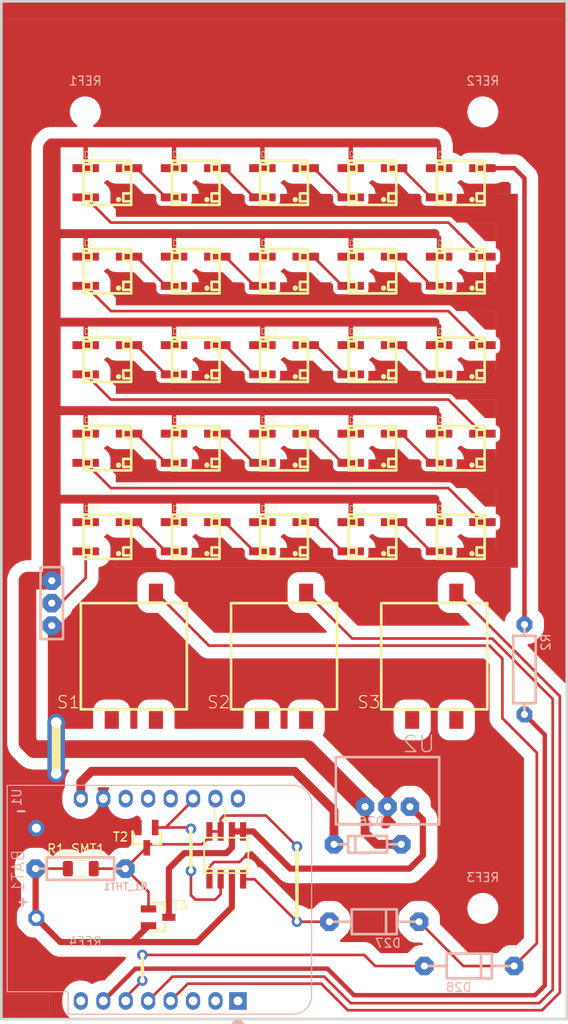
<source format=kicad_pcb>
(kicad_pcb (version 20221018) (generator pcbnew)
  (layers (0 "F.Cu" signal) (31 "B.Cu" signal) (34 "B.Paste" user) (35 "F.Paste" user) (36 "B.SilkS" user "B.Silkscreen") (37 "F.SilkS" user "F.Silkscreen") (38 "B.Mask" user) (39 "F.Mask" user) (44 "Edge.Cuts" user))
  (net 0 "")
  (net 1 "GND")
  (net 2 "+9V")
  (net 3 "+5V")
  (net 4 "Net-(D1-DOUT)")
  (net 5 "Net-(D1-DIN)")
  (net 6 "Net-(D2-DIN)")
  (net 7 "Net-(D3-DIN)")
  (net 8 "Net-(D4-DIN)")
  (net 9 "Net-(D5-DIN)")
  (net 10 "Net-(D15-DIN)")
  (net 11 "Net-(D6-DIN)")
  (net 12 "Net-(D7-DIN)")
  (net 13 "Net-(D8-DIN)")
  (net 14 "Net-(D10-DOUT)")
  (net 15 "Net-(D11-DOUT)")
  (net 16 "Net-(D11-DIN)")
  (net 17 "Net-(D12-DIN)")
  (net 18 "Net-(D13-DIN)")
  (net 19 "Net-(D14-DIN)")
  (net 20 "Net-(D16-DOUT)")
  (net 21 "Net-(D16-DIN)")
  (net 22 "Net-(D17-DIN)")
  (net 23 "Net-(D18-DIN)")
  (net 24 "Net-(D19-DIN)")
  (net 25 "Net-(D21-DOUT)")
  (net 26 "Net-(D21-DIN)")
  (net 27 "Net-(D22-DIN)")
  (net 28 "Net-(D23-DIN)")
  (net 29 "Net-(D24-DIN)")
  (net 30 "+5VD")
  (net 31 "XFET")
  (net 32 "Net-(D27-Pad2)")
  (net 33 "/D7")
  (net 34 "/D8")
  (net 35 "/D6")
  (net 36 "/D5")
  (net 37 "D1")
  (net 38 "U2_VIN")
  (footprint "D1Mini_Wuerfel_aktuell:WS2812B_9" (layer "F.Cu") (at 153.29 80.5)
    (fp_text reference "D15")
    (fp_text value "WS2812B")
  )
  (footprint "D1Mini_Wuerfel_aktuell:WS2812B_9" (layer "F.Cu") (at 133.29 90.5)
    (fp_text reference "D18")
    (fp_text value "WS2812B")
  )
  (footprint "D1Mini_Wuerfel_aktuell:1254.1017_DRUCKTASTER_34" (layer "F.Cu") (at 116.29 114)
    (fp_text reference "S1")
    (fp_text value "SPST")
  )
  (footprint "D1Mini_Wuerfel_aktuell:WS2812B_9" (layer "F.Cu") (at 133.29 60.5)
    (fp_text reference "D3")
    (fp_text value "WS2812B")
  )
  (footprint "D1Mini_Wuerfel_aktuell:WS2812B_9" (layer "F.Cu") (at 143.29 90.5)
    (fp_text reference "D19")
    (fp_text value "WS2812B")
  )
  (footprint "D1Mini_Wuerfel_aktuell:WS2812B_9" (layer "F.Cu") (at 113.29 90.5)
    (fp_text reference "D16")
    (fp_text value "WS2812B")
  )
  (footprint "Resistor_SMD:R_1206_3216Metric" (layer "F.Cu") (at 110.2875 138)
    (fp_text reference "R1_SMT1")
    (fp_text value "100K")
  )
  (footprint "D1Mini_Wuerfel_aktuell:WS2812B_9" (layer "F.Cu") (at 143.29 80.5)
    (fp_text reference "D14")
    (fp_text value "WS2812B")
  )
  (footprint "D1Mini_Wuerfel_aktuell:WS2812B_9" (layer "F.Cu") (at 123.29 60.5)
    (fp_text reference "D2")
    (fp_text value "WS2812B")
  )
  (footprint "D1Mini_Wuerfel_aktuell:SOT-23_3_42" (layer "F.Cu") (at 117.75 134.5 180)
    (fp_text reference "T2")
    (fp_text value "FDN337N")
  )
  (footprint "D1Mini_Wuerfel_aktuell:WS2812B_9" (layer "F.Cu") (at 143.29 100.5)
    (fp_text reference "D24")
    (fp_text value "WS2812B")
  )
  (footprint "D1Mini_Wuerfel_aktuell:WS2812B_9" (layer "F.Cu") (at 153.29 100.5)
    (fp_text reference "D25")
    (fp_text value "WS2812B")
  )
  (footprint "D1Mini_Wuerfel_aktuell:WS2812B_9" (layer "F.Cu") (at 153.29 90.5)
    (fp_text reference "D20")
    (fp_text value "WS2812B")
  )
  (footprint "D1Mini_Wuerfel_aktuell:WS2812B_9" (layer "F.Cu") (at 113.29 80.5)
    (fp_text reference "D11")
    (fp_text value "WS2812B")
  )
  (footprint "D1Mini_Wuerfel_aktuell:1254.1017_DRUCKTASTER_34" (layer "F.Cu") (at 150.29 114)
    (fp_text reference "S3")
    (fp_text value "SPST")
  )
  (footprint "D1Mini_Wuerfel_aktuell:WS2812B_9" (layer "F.Cu") (at 113.29 100.5)
    (fp_text reference "D21")
    (fp_text value "WS2812B")
  )
  (footprint "D1Mini_Wuerfel_aktuell:WS2812B_9" (layer "F.Cu") (at 123.29 80.5)
    (fp_text reference "D12")
    (fp_text value "WS2812B")
  )
  (footprint "D1Mini_Wuerfel_aktuell:WS2812B_9" (layer "F.Cu") (at 113.29 70.5)
    (fp_text reference "D6")
    (fp_text value "WS2812B")
  )
  (footprint "D1Mini_Wuerfel_aktuell:WS2812B_9" (layer "F.Cu") (at 133.29 80.5)
    (fp_text reference "D13")
    (fp_text value "WS2812B")
  )
  (footprint "D1Mini_Wuerfel_aktuell:WS2812B_9" (layer "F.Cu") (at 153.29 70.5)
    (fp_text reference "D10")
    (fp_text value "WS2812B")
  )
  (footprint "D1Mini_Wuerfel_aktuell:WS2812B_9" (layer "F.Cu") (at 123.29 70.5)
    (fp_text reference "D7")
    (fp_text value "WS2812B")
  )
  (footprint "D1Mini_Wuerfel_aktuell:WS2812B_9" (layer "F.Cu") (at 143.29 60.5)
    (fp_text reference "D4")
    (fp_text value "WS2812B")
  )
  (footprint "D1Mini_Wuerfel_aktuell:WS2812B_9" (layer "F.Cu") (at 143.29 70.5)
    (fp_text reference "D9")
    (fp_text value "WS2812B")
  )
  (footprint "D1Mini_Wuerfel_aktuell:WS2812B_9" (layer "F.Cu") (at 113.29 60.5)
    (fp_text reference "D1")
    (fp_text value "WS2812B")
  )
  (footprint "D1Mini_Wuerfel_aktuell:WS2812B_9" (layer "F.Cu") (at 133.29 100.5)
    (fp_text reference "D23")
    (fp_text value "WS2812B")
  )
  (footprint "D1Mini_Wuerfel_aktuell:WS2812B_9" (layer "F.Cu") (at 153.29 60.5)
    (fp_text reference "D5")
    (fp_text value "WS2812B")
  )
  (footprint "D1Mini_Wuerfel_aktuell:WS2812B_9" (layer "F.Cu") (at 133.29 70.5)
    (fp_text reference "D8")
    (fp_text value "WS2812B")
  )
  (footprint "D1Mini_Wuerfel_aktuell:SOT-23_3_43" (layer "F.Cu") (at 119.1 143.5 -90)
    (fp_text reference "T3")
    (fp_text value "IRLML9301")
  )
  (footprint "D1Mini_Wuerfel_aktuell:SO8_SOT96-1_39" (layer "F.Cu") (at 126.75 136.5)
    (fp_text reference "T1")
    (fp_text value "IRF9952")
  )
  (footprint "D1Mini_Wuerfel_aktuell:WS2812B_9" (layer "F.Cu") (at 123.29 100.5)
    (fp_text reference "D22")
    (fp_text value "WS2812B")
  )
  (footprint "D1Mini_Wuerfel_aktuell:1254.1017_DRUCKTASTER_34" (layer "F.Cu") (at 133.29 114)
    (fp_text reference "S2")
    (fp_text value "SPST")
  )
  (footprint "D1Mini_Wuerfel_aktuell:WS2812B_9" (layer "F.Cu") (at 123.29 90.5)
    (fp_text reference "D17")
    (fp_text value "WS2812B")
  )
  (footprint "D1Mini_Wuerfel_aktuell:TRACO-TSR1-24_0" (layer "B.Cu") (at 145 131 180)
    (fp_text reference "U2")
    (fp_text value "TSR1-2450")
  )
  (footprint "D1Mini_Wuerfel_aktuell:DO35_1" (layer "B.Cu") (at 142.75 135.25 180)
    (fp_text reference "D26")
    (fp_text value "1N4148")
  )
  (footprint "D1Mini_Wuerfel_aktuell:DO41_41" (layer "B.Cu") (at 154.25 149)
    (fp_text reference "D28")
    (fp_text value "1N5817")
  )
  (footprint "D1Mini_Wuerfel_aktuell:BATTERIE_2" (layer "B.Cu") (at 105.25 141.04 -90)
    (fp_text reference "BAT1")
    (fp_text value "9V")
  )
  (footprint "MountingHole:MountingHole_2.5mm" (layer "B.Cu") (at 155.7911 142.4964 180)
    (fp_text reference "REF3")
    (fp_text value "MountingHole_2.5mm" hide)
  )
  (footprint "D1Mini_Wuerfel_aktuell:0207_44" (layer "B.Cu") (at 160.5 115.5 90)
    (fp_text reference "R2")
    (fp_text value "330")
  )
  (footprint "MountingHole:MountingHole_2.5mm" (layer "B.Cu") (at 110.7911 52.4964 180)
    (fp_text reference "REF1")
    (fp_text value "MountingHole_2.5mm" hide)
  )
  (footprint "MountingHole:MountingHole_2.5mm" (layer "B.Cu") (at 110.7911 142.4964 180)
    (fp_text reference "REF4")
    (fp_text value "MountingHole_2.5mm" hide)
  )
  (footprint "D1Mini_Wuerfel_aktuell:0207_37" (layer "B.Cu") (at 110.25 138)
    (fp_text reference "R1_THT1")
    (fp_text value "100K")
  )
  (footprint "D1Mini_Wuerfel_aktuell:DO41_40" (layer "B.Cu") (at 143.5 144)
    (fp_text reference "D27")
    (fp_text value "1N5817")
  )
  (footprint "D1Mini_Wuerfel_aktuell:1X03_BUCHSE_8" (layer "B.Cu") (at 107 108 -90)
    (fp_text reference "K1" hide)
    (fp_text value "1x03")
  )
  (footprint "Module:WEMOS_D1_mini_light" (layer "B.Cu") (at 128.07 152.945 90)
    (fp_text reference "U1")
    (fp_text value "WeMos_D1_mini")
  )
  (footprint "MountingHole:MountingHole_2.5mm" (layer "B.Cu") (at 155.7911 52.4964 180)
    (fp_text reference "REF2")
    (fp_text value "MountingHole_2.5mm" hide)
  )
  (gr_line (start 117.25 147.75) (end 117.25 150.75) (stroke (width 0.4)) (layer "F.SilkS"))
  (gr_line (start 122.75 138.25) (end 122.75 133.5) (stroke (width 0.4)) (layer "F.SilkS"))
  (gr_line (start 107.5 121.5) (end 107.5 127.25) (stroke (width 1)) (layer "F.SilkS"))
  (gr_line (start 134.75 135.5) (end 134.75 144) (stroke (width 0.4)) (layer "F.SilkS"))
  (gr_line (start 101.29 155) (end 165.29 155) (stroke (width 0.3)) (layer "Edge.Cuts"))
  (gr_line (start 165.29 40) (end 101.29 40) (stroke (width 0.3)) (layer "Edge.Cuts"))
  (gr_line (start 101.29 40) (end 101.29 155) (stroke (width 0.3)) (layer "Edge.Cuts"))
  (gr_line (start 165.29 155) (end 165.29 40) (stroke (width 0.3)) (layer "Edge.Cuts"))
  (segment (start 124.845 137.77) (end 125.365 137.25) (width 0.3) (layer "F.Cu") (net 1))
  (segment (start 128.25 137.25) (end 128.75 136.75) (width 0.3) (layer "F.Cu") (net 1))
  (segment (start 125.365 137.25) (end 128.25 137.25) (width 0.3) (layer "F.Cu") (net 1))
  (segment (start 124.845 139.2) (end 124.845 137.77) (width 0.3) (layer "F.Cu") (net 1))
  (via (at 107.5 127.25) (size 2) (drill 1.2) (layers "F.Cu" "B.Cu") (net 1))
  (via (at 107.5 121.5) (size 2) (drill 1.2) (layers "F.Cu" "B.Cu") (net 1))
  (segment (start 107.5 121.5) (end 107.5 127.25) (width 2) (layer "B.Cu") (net 1))
  (segment (start 127.385 142.365) (end 127.385 139.2) (width 0.7) (layer "F.Cu") (net 2))
  (segment (start 105.17 138) (end 105.17 143.5) (width 0.7) (layer "F.Cu") (net 2))
  (segment (start 123.45 146.3) (end 127.385 142.365) (width 0.7) (layer "F.Cu") (net 2))
  (segment (start 116.1 146.3) (end 117.95 144.45) (width 0.7) (layer "F.Cu") (net 2))
  (segment (start 107.97 146.3) (end 116.1 146.3) (width 0.7) (layer "F.Cu") (net 2))
  (segment (start 105.17 138) (end 108.825 138) (width 0.3) (layer "F.Cu") (net 2))
  (segment (start 105.17 143.5) (end 105.25 143.58) (width 0.7) (layer "F.Cu") (net 2))
  (segment (start 105.25 143.58) (end 107.97 146.3) (width 0.7) (layer "F.Cu") (net 2))
  (segment (start 116.1 146.3) (end 123.45 146.3) (width 0.7) (layer "F.Cu") (net 2))
  (segment (start 110.84 86.41) (end 111 86.25) (width 0.5) (layer "F.Cu") (net 3))
  (segment (start 107 66.25) (end 110.9 66.25) (width 1) (layer "F.Cu") (net 3))
  (segment (start 110.84 66.31) (end 110.9 66.25) (width 0.5) (layer "F.Cu") (net 3))
  (segment (start 120.7 56) (end 110.8 56) (width 1) (layer "F.Cu") (net 3))
  (segment (start 104.25 105.5) (end 104.25 123.75) (width 2) (layer "F.Cu") (net 3))
  (segment (start 110.8 86.25) (end 110.84 86.29) (width 0.5) (layer "F.Cu") (net 3))
  (segment (start 110.9 66.25) (end 120.9 66.25) (width 1) (layer "F.Cu") (net 3))
  (segment (start 143.75 135.25) (end 142.46 133.96) (width 1) (layer "F.Cu") (net 3))
  (segment (start 130.8 56) (end 140.8 56) (width 1) (layer "F.Cu") (net 3))
  (segment (start 140.84 78.85) (end 140.84 76.51) (width 0.5) (layer "F.Cu") (net 3))
  (segment (start 150.84 56.34) (end 150.5 56) (width 0.5) (layer "F.Cu") (net 3))
  (segment (start 130.84 96.41) (end 131 96.25) (width 0.5) (layer "F.Cu") (net 3))
  (segment (start 120.84 96.29) (end 120.8 96.25) (width 0.5) (layer "F.Cu") (net 3))
  (segment (start 110.84 58.85) (end 110.84 56.04) (width 0.5) (layer "F.Cu") (net 3))
  (segment (start 107 96.25) (end 111.1 96.25) (width 1) (layer "F.Cu") (net 3))
  (segment (start 107 105.46) (end 104.29 105.46) (width 2) (layer "F.Cu") (net 3))
  (segment (start 146.56 135.25) (end 143.75 135.25) (width 1) (layer "F.Cu") (net 3))
  (segment (start 141.1 76.25) (end 150.375 76.25) (width 1) (layer "F.Cu") (net 3))
  (segment (start 140.84 98.85) (end 140.84 96.29) (width 0.5) (layer "F.Cu") (net 3))
  (segment (start 150.84 96.715) (end 150.375 96.25) (width 0.5) (layer "F.Cu") (net 3))
  (segment (start 140.84 86.31) (end 140.9 86.25) (width 0.5) (layer "F.Cu") (net 3))
  (segment (start 107 76.25) (end 111 76.25) (width 1) (layer "F.Cu") (net 3))
  (segment (start 104.29 105.46) (end 104.25 105.5) (width 2) (layer "F.Cu") (net 3))
  (segment (start 130.84 98.85) (end 130.84 96.41) (width 0.5) (layer "F.Cu") (net 3))
  (segment (start 120.7 56) (end 130.8 56) (width 1) (layer "F.Cu") (net 3))
  (segment (start 140.84 96.29) (end 140.8 96.25) (width 0.5) (layer "F.Cu") (net 3))
  (segment (start 120.84 58.85) (end 120.84 56.14) (width 0.5) (layer "F.Cu") (net 3))
  (segment (start 140.8 96.25) (end 150.375 96.25) (width 1) (layer "F.Cu") (net 3))
  (segment (start 130.84 56.04) (end 130.8 56) (width 0.5) (layer "F.Cu") (net 3))
  (segment (start 140.84 68.85) (end 140.84 66.31) (width 0.5) (layer "F.Cu") (net 3))
  (segment (start 130.84 66.41) (end 131 66.25) (width 0.5) (layer "F.Cu") (net 3))
  (segment (start 121 86.25) (end 131 86.25) (width 1) (layer "F.Cu") (net 3))
  (segment (start 150.84 66.715) (end 150.375 66.25) (width 0.5) (layer "F.Cu") (net 3))
  (segment (start 110.84 98.85) (end 110.84 96.51) (width 0.5) (layer "F.Cu") (net 3))
  (segment (start 107 86.25) (end 110.8 86.25) (width 0.5) (layer "F.Cu") (net 3))
  (segment (start 110.84 68.85) (end 110.84 66.31) (width 0.5) (layer "F.Cu") (net 3))
  (segment (start 130.84 76.61) (end 131.2 76.25) (width 0.5) (layer "F.Cu") (net 3))
  (segment (start 150.84 76.715) (end 150.375 76.25) (width 0.5) (layer "F.Cu") (net 3))
  (segment (start 130.84 88.85) (end 130.84 86.41) (width 0.5) (layer "F.Cu") (net 3))
  (segment (start 140.84 66.31) (end 140.9 66.25) (width 0.5) (layer "F.Cu") (net 3))
  (segment (start 120.84 78.85) (end 120.84 76.51) (width 0.5) (layer "F.Cu") (net 3))
  (segment (start 111 76.25) (end 121.1 76.25) (width 1) (layer "F.Cu") (net 3))
  (segment (start 130.84 78.85) (end 130.84 76.61) (width 0.5) (layer "F.Cu") (net 3))
  (segment (start 142.46 133.96) (end 142.46 131) (width 1) (layer "F.Cu") (net 3))
  (segment (start 140.9 86.25) (end 150.375 86.25) (width 1) (layer "F.Cu") (net 3))
  (segment (start 110.8 56) (end 106.9 56) (width 1) (layer "F.Cu") (net 3))
  (segment (start 110.84 96.51) (end 111.1 96.25) (width 0.5) (layer "F.Cu") (net 3))
  (segment (start 120.84 56.14) (end 120.7 56) (width 0.5) (layer "F.Cu") (net 3))
  (segment (start 130.84 68.85) (end 130.84 66.41) (width 0.5) (layer "F.Cu") (net 3))
  (segment (start 120.84 76.51) (end 121.1 76.25) (width 0.5) (layer "F.Cu") (net 3))
  (segment (start 150.84 78.85) (end 150.84 76.715) (width 0.5) (layer "F.Cu") (net 3))
  (segment (start 120.9 66.25) (end 131 66.25) (width 1) (layer "F.Cu") (net 3))
  (segment (start 150.84 86.715) (end 150.375 86.25) (width 0.5) (layer "F.Cu") (net 3))
  (segment (start 150.84 88.85) (end 150.84 86.715) (width 0.5) (layer "F.Cu") (net 3))
  (segment (start 121.1 76.25) (end 131.2 76.25) (width 1) (layer "F.Cu") (net 3))
  (segment (start 131.2 76.25) (end 141.1 76.25) (width 1) (layer "F.Cu") (net 3))
  (segment (start 140.84 88.85) (end 140.84 86.31) (width 0.5) (layer "F.Cu") (net 3))
  (segment (start 140.84 58.85) (end 140.84 56.04) (width 0.5) (layer "F.Cu") (net 3))
  (segment (start 131 96.25) (end 140.8 96.25) (width 1) (layer "F.Cu") (net 3))
  (segment (start 104.25 123.75) (end 105 124.5) (width 2) (layer "F.Cu") (net 3))
  (segment (start 120.84 66.31) (end 120.9 66.25) (width 0.5) (layer "F.Cu") (net 3))
  (segment (start 107 86.25) (end 111 86.25) (width 1) (layer "F.Cu") (net 3))
  (segment (start 140.84 56.04) (end 140.8 56) (width 0.5) (layer "F.Cu") (net 3))
  (segment (start 140.8 56) (end 150.5 56) (width 1) (layer "F.Cu") (net 3))
  (segment (start 110.84 56.04) (end 110.8 56) (width 0.5) (layer "F.Cu") (net 3))
  (segment (start 120.84 88.85) (end 120.84 86.41) (width 0.5) (layer "F.Cu") (net 3))
  (segment (start 131 86.25) (end 140.9 86.25) (width 1) (layer "F.Cu") (net 3))
  (segment (start 150.84 58.85) (end 150.84 56.34) (width 0.5) (layer "F.Cu") (net 3))
  (segment (start 110.84 88.85) (end 110.84 86.41) (width 0.5) (layer "F.Cu") (net 3))
  (segment (start 110.84 76.41) (end 111 76.25) (width 0.5) (layer "F.Cu") (net 3))
  (segment (start 140.84 76.51) (end 141.1 76.25) (width 0.5) (layer "F.Cu") (net 3))
  (segment (start 110.84 78.85) (end 110.84 76.41) (width 0.5) (layer "F.Cu") (net 3))
  (segment (start 140.9 66.25) (end 150.375 66.25) (width 1) (layer "F.Cu") (net 3))
  (segment (start 130.84 58.85) (end 130.84 56.04) (width 0.5) (layer "F.Cu") (net 3))
  (segment (start 150.84 98.85) (end 150.84 96.715) (width 0.5) (layer "F.Cu") (net 3))
  (segment (start 111 86.25) (end 121 86.25) (width 1) (layer "F.Cu") (net 3))
  (segment (start 120.84 98.85) (end 120.84 96.29) (width 0.5) (layer "F.Cu") (net 3))
  (segment (start 105 124.5) (end 135.96 124.5) (width 2) (layer "F.Cu") (net 3))
  (segment (start 111.1 96.25) (end 120.8 96.25) (width 1) (layer "F.Cu") (net 3))
  (segment (start 150.84 68.85) (end 150.84 66.715) (width 0.5) (layer "F.Cu") (net 3))
  (segment (start 120.84 68.85) (end 120.84 66.31) (width 0.5) (layer "F.Cu") (net 3))
  (segment (start 135.96 124.5) (end 142.46 131) (width 2) (layer "F.Cu") (net 3))
  (segment (start 130.84 86.41) (end 131 86.25) (width 0.5) (layer "F.Cu") (net 3))
  (segment (start 131 66.25) (end 140.9 66.25) (width 1) (layer "F.Cu") (net 3))
  (segment (start 107 105.46) (end 107 56.6) (width 2) (layer "F.Cu") (net 3))
  (segment (start 120.84 86.41) (end 121 86.25) (width 0.5) (layer "F.Cu") (net 3))
  (segment (start 120.8 96.25) (end 131 96.25) (width 1) (layer "F.Cu") (net 3))
  (segment (start 110.84 62.15) (end 113.69 65) (width 0.3) (layer "F.Cu") (net 4))
  (segment (start 113.69 65) (end 151.89 65) (width 0.3) (layer "F.Cu") (net 4))
  (segment (start 151.89 65) (end 155.74 68.85) (width 0.3) (layer "F.Cu") (net 4))
  (segment (start 120.84 62.15) (end 119.9 62.15) (width 0.3) (layer "F.Cu") (net 5))
  (segment (start 119.9 62.15) (end 116.6 58.85) (width 0.3) (layer "F.Cu") (net 5))
  (segment (start 116.6 58.85) (end 115.74 58.85) (width 0.3) (layer "F.Cu") (net 5))
  (segment (start 126.6 58.85) (end 125.74 58.85) (width 0.3) (layer "F.Cu") (net 6))
  (segment (start 129.9 62.15) (end 126.6 58.85) (width 0.3) (layer "F.Cu") (net 6))
  (segment (start 130.84 62.15) (end 129.9 62.15) (width 0.3) (layer "F.Cu") (net 6))
  (segment (start 140.84 62.15) (end 139.9475 62.15) (width 0.3) (layer "F.Cu") (net 7))
  (segment (start 139.9475 62.15) (end 136.6475 58.85) (width 0.3) (layer "F.Cu") (net 7))
  (segment (start 136.6475 58.85) (end 135.74 58.85) (width 0.3) (layer "F.Cu") (net 7))
  (segment (start 146.6 58.85) (end 145.74 58.85) (width 0.3) (layer "F.Cu") (net 8))
  (segment (start 149.9 62.15) (end 146.6 58.85) (width 0.3) (layer "F.Cu") (net 8))
  (segment (start 150.84 62.15) (end 149.9 62.15) (width 0.3) (layer "F.Cu") (net 8))
  (segment (start 159.35 58.85) (end 155.74 58.85) (width 0.5) (layer "F.Cu") (net 9))
  (segment (start 160.5 60) (end 159.35 58.85) (width 0.5) (layer "F.Cu") (net 9))
  (segment (start 160.5 110.42) (end 160.5 60) (width 0.5) (layer "F.Cu") (net 9))
  (segment (start 151.89 75) (end 155.74 78.85) (width 0.3) (layer "F.Cu") (net 10))
  (segment (start 110.84 72.15) (end 113.69 75) (width 0.3) (layer "F.Cu") (net 10))
  (segment (start 113.69 75) (end 151.89 75) (width 0.3) (layer "F.Cu") (net 10))
  (segment (start 116.6 68.85) (end 115.74 68.85) (width 0.3) (layer "F.Cu") (net 11))
  (segment (start 120.84 72.15) (end 119.9 72.15) (width 0.3) (layer "F.Cu") (net 11))
  (segment (start 119.9 72.15) (end 116.6 68.85) (width 0.3) (layer "F.Cu") (net 11))
  (segment (start 126.6475 68.85) (end 125.74 68.85) (width 0.3) (layer "F.Cu") (net 12))
  (segment (start 129.9475 72.15) (end 126.6475 68.85) (width 0.3) (layer "F.Cu") (net 12))
  (segment (start 130.84 72.15) (end 129.9475 72.15) (width 0.3) (layer "F.Cu") (net 12))
  (segment (start 136.6 68.85) (end 135.74 68.85) (width 0.3) (layer "F.Cu") (net 13))
  (segment (start 139.9 72.15) (end 136.6 68.85) (width 0.3) (layer "F.Cu") (net 13))
  (segment (start 140.84 72.15) (end 139.9 72.15) (width 0.3) (layer "F.Cu") (net 13))
  (segment (start 146.71125 68.85) (end 145.74 68.85) (width 0.3) (layer "F.Cu") (net 14))
  (segment (start 150.84 72.15) (end 150.01125 72.15) (width 0.3) (layer "F.Cu") (net 14))
  (segment (start 150.01125 72.15) (end 146.71125 68.85) (width 0.3) (layer "F.Cu") (net 14))
  (segment (start 151.89 85) (end 155.74 88.85) (width 0.3) (layer "F.Cu") (net 15))
  (segment (start 113.69 85) (end 151.89 85) (width 0.3) (layer "F.Cu") (net 15))
  (segment (start 110.84 82.15) (end 113.69 85) (width 0.3) (layer "F.Cu") (net 15))
  (segment (start 120.84 82.15) (end 119.9 82.15) (width 0.3) (layer "F.Cu") (net 16))
  (segment (start 116.6 78.85) (end 115.74 78.85) (width 0.3) (layer "F.Cu") (net 16))
  (segment (start 119.9 82.15) (end 116.6 78.85) (width 0.3) (layer "F.Cu") (net 16))
  (segment (start 126.6 78.85) (end 125.74 78.85) (width 0.3) (layer "F.Cu") (net 17))
  (segment (start 130.84 82.15) (end 129.9 82.15) (width 0.3) (layer "F.Cu") (net 17))
  (segment (start 129.9 82.15) (end 126.6 78.85) (width 0.3) (layer "F.Cu") (net 17))
  (segment (start 136.85 78.85) (end 135.74 78.85) (width 0.3) (layer "F.Cu") (net 18))
  (segment (start 140.84 82.15) (end 140.15 82.15) (width 0.3) (layer "F.Cu") (net 18))
  (segment (start 140.15 82.15) (end 136.85 78.85) (width 0.3) (layer "F.Cu") (net 18))
  (segment (start 146.85 78.85) (end 145.74 78.85) (width 0.3) (layer "F.Cu") (net 19))
  (segment (start 149.9 82.15) (end 146.6 78.85) (width 0.3) (layer "F.Cu") (net 19))
  (segment (start 146.6 78.85) (end 145.74 78.85) (width 0.3) (layer "F.Cu") (net 19))
  (segment (start 150.84 82.15) (end 149.9 82.15) (width 0.3) (layer "F.Cu") (net 19))
  (segment (start 151.89 95) (end 155.74 98.85) (width 0.3) (layer "F.Cu") (net 20))
  (segment (start 110.84 92.15) (end 113.69 95) (width 0.3) (layer "F.Cu") (net 20))
  (segment (start 113.69 95) (end 151.89 95) (width 0.3) (layer "F.Cu") (net 20))
  (segment (start 119.9 92.15) (end 116.6 88.85) (width 0.3) (layer "F.Cu") (net 21))
  (segment (start 116.6 88.85) (end 115.74 88.85) (width 0.3) (layer "F.Cu") (net 21))
  (segment (start 120.84 92.15) (end 119.9 92.15) (width 0.3) (layer "F.Cu") (net 21))
  (segment (start 130.84 92.15) (end 129.9 92.15) (width 0.3) (layer "F.Cu") (net 22))
  (segment (start 129.9 92.15) (end 126.6 88.85) (width 0.3) (layer "F.Cu") (net 22))
  (segment (start 126.6 88.85) (end 125.74 88.85) (width 0.3) (layer "F.Cu") (net 22))
  (segment (start 136.6 88.85) (end 135.74 88.85) (width 0.3) (layer "F.Cu") (net 23))
  (segment (start 140.84 92.15) (end 139.9 92.15) (width 0.3) (layer "F.Cu") (net 23))
  (segment (start 139.9 92.15) (end 136.6 88.85) (width 0.3) (layer "F.Cu") (net 23))
  (segment (start 150.84 92.15) (end 149.9 92.15) (width 0.3) (layer "F.Cu") (net 24))
  (segment (start 149.9 92.15) (end 146.6 88.85) (width 0.3) (layer "F.Cu") (net 24))
  (segment (start 146.6 88.85) (end 145.74 88.85) (width 0.3) (layer "F.Cu") (net 24))
  (segment (start 106.29 108) (end 108 108) (width 0.3) (layer "F.Cu") (net 25))
  (segment (start 108 108) (end 110.84 105.16) (width 0.3) (layer "F.Cu") (net 25))
  (segment (start 110.84 105.16) (end 110.84 102.15) (width 0.3) (layer "F.Cu") (net 25))
  (segment (start 119.9 102.15) (end 116.6 98.85) (width 0.3) (layer "F.Cu") (net 26))
  (segment (start 120.84 102.15) (end 119.9 102.15) (width 0.3) (layer "F.Cu") (net 26))
  (segment (start 116.6 98.85) (end 115.74 98.85) (width 0.3) (layer "F.Cu") (net 26))
  (segment (start 129.9 102.15) (end 126.6 98.85) (width 0.3) (layer "F.Cu") (net 27))
  (segment (start 130.84 102.15) (end 129.9 102.15) (width 0.3) (layer "F.Cu") (net 27))
  (segment (start 126.6 98.85) (end 125.74 98.85) (width 0.3) (layer "F.Cu") (net 27))
  (segment (start 140.84 102.15) (end 139.9 102.15) (width 0.3) (layer "F.Cu") (net 28))
  (segment (start 136.6 98.85) (end 135.74 98.85) (width 0.3) (layer "F.Cu") (net 28))
  (segment (start 139.9 102.15) (end 136.6 98.85) (width 0.3) (layer "F.Cu") (net 28))
  (segment (start 149.9 102.15) (end 146.6 98.85) (width 0.3) (layer "F.Cu") (net 29))
  (segment (start 150.84 102.15) (end 149.9 102.15) (width 0.3) (layer "F.Cu") (net 29))
  (segment (start 146.6 98.85) (end 145.74 98.85) (width 0.3) (layer "F.Cu") (net 29))
  (segment (start 111.5 127) (end 110.29 128.21) (width 1) (layer "F.Cu") (net 30))
  (segment (start 110.29 128.21) (end 110.29 130.085) (width 1) (layer "F.Cu") (net 30))
  (segment (start 134.5 127) (end 111.5 127) (width 1) (layer "F.Cu") (net 30))
  (segment (start 134.5 127) (end 138.94 131.44) (width 1) (layer "F.Cu") (net 30))
  (segment (start 138.94 131.44) (end 138.94 135.25) (width 1) (layer "F.Cu") (net 30))
  (segment (start 126.115 133.8) (end 126.115 132.37) (width 0.3) (layer "F.Cu") (net 31))
  (segment (start 111.75 138) (end 115.33 138) (width 0.3) (layer "F.Cu") (net 31))
  (segment (start 129.95 139.2) (end 128.655 139.2) (width 0.3) (layer "F.Cu") (net 31))
  (segment (start 117.95 142.55) (end 117.95 140.62) (width 0.3) (layer "F.Cu") (net 31))
  (segment (start 117.68 135.65) (end 115.33 138) (width 0.3) (layer "F.Cu") (net 31))
  (segment (start 138.42 144) (end 134.75 144) (width 0.3) (layer "F.Cu") (net 31))
  (segment (start 117.95 140.62) (end 115.33 138) (width 0.3) (layer "F.Cu") (net 31))
  (segment (start 117.75 135.65) (end 118.15 135.25) (width 0.3) (layer "F.Cu") (net 31))
  (segment (start 124 135.25) (end 124.845 134.405) (width 0.3) (layer "F.Cu") (net 31))
  (segment (start 134.75 144) (end 129.95 139.2) (width 0.3) (layer "F.Cu") (net 31))
  (segment (start 117.75 135.65) (end 117.68 135.65) (width 0.3) (layer "F.Cu") (net 31))
  (segment (start 124.845 134.405) (end 124.845 133.8) (width 0.3) (layer "F.Cu") (net 31))
  (segment (start 131.25 132) (end 134.75 135.5) (width 0.3) (layer "F.Cu") (net 31))
  (segment (start 124.845 133.8) (end 126.115 133.8) (width 0.3) (layer "F.Cu") (net 31))
  (segment (start 126.485 132) (end 131.25 132) (width 0.3) (layer "F.Cu") (net 31))
  (segment (start 126.115 132.37) (end 126.485 132) (width 0.3) (layer "F.Cu") (net 31))
  (segment (start 118.15 135.25) (end 124 135.25) (width 0.3) (layer "F.Cu") (net 31))
  (via (at 134.75 135.5) (size 1.2) (drill 0.6) (layers "F.Cu" "B.Cu") (net 31))
  (via (at 134.75 144) (size 1.2) (drill 0.6) (layers "F.Cu" "B.Cu") (net 31))
  (segment (start 134.75 135.5) (end 134.75 144) (width 0.3) (layer "B.Cu") (net 31))
  (segment (start 158 114.27274) (end 158 121) (width 0.3) (layer "F.Cu") (net 32))
  (segment (start 124.79 112.8) (end 156.52726 112.8) (width 0.3) (layer "F.Cu") (net 32))
  (segment (start 161.9 124.9) (end 161.9 146.43) (width 0.3) (layer "F.Cu") (net 32))
  (segment (start 156.52726 112.8) (end 158 114.27274) (width 0.3) (layer "F.Cu") (net 32))
  (segment (start 153.58 149) (end 159.33 149) (width 0.3) (layer "F.Cu") (net 32))
  (segment (start 148.58 144) (end 153.58 149) (width 0.3) (layer "F.Cu") (net 32))
  (segment (start 158 121) (end 161.9 124.9) (width 0.3) (layer "F.Cu") (net 32))
  (segment (start 161.9 146.43) (end 159.33 149) (width 0.3) (layer "F.Cu") (net 32))
  (segment (start 118.79 106.8) (end 124.79 112.8) (width 0.3) (layer "F.Cu") (net 32))
  (segment (start 143.6 149) (end 149.17 149) (width 0.3) (layer "F.Cu") (net 33))
  (segment (start 117.25 147.75) (end 142.35 147.75) (width 0.3) (layer "F.Cu") (net 33))
  (segment (start 142.35 147.75) (end 143.6 149) (width 0.3) (layer "F.Cu") (net 33))
  (segment (start 115.37 152.5295) (end 115.37 152.945) (width 0.3) (layer "F.Cu") (net 33))
  (segment (start 117.25 150.6495) (end 115.37 152.5295) (width 0.3) (layer "F.Cu") (net 33))
  (via (at 117.25 150.6495) (size 1.2) (drill 0.6) (layers "F.Cu" "B.Cu") (net 33))
  (via (at 117.25 147.75) (size 1.2) (drill 0.6) (layers "F.Cu" "B.Cu") (net 33))
  (segment (start 117.25 150.6495) (end 117.25 147.75) (width 0.3) (layer "B.Cu") (net 33))
  (segment (start 116.475 149.3) (end 112.83 152.945) (width 0.5) (layer "F.Cu") (net 34))
  (segment (start 162.8 122.88) (end 162.8 151.2) (width 0.5) (layer "F.Cu") (net 34))
  (segment (start 161.7 152.3) (end 141.204162 152.3) (width 0.5) (layer "F.Cu") (net 34))
  (segment (start 160.5 120.58) (end 162.8 122.88) (width 0.5) (layer "F.Cu") (net 34))
  (segment (start 162.8 151.2) (end 161.7 152.3) (width 0.5) (layer "F.Cu") (net 34))
  (segment (start 138.204163 149.3) (end 116.475 149.3) (width 0.5) (layer "F.Cu") (net 34))
  (segment (start 141.204162 152.3) (end 138.204163 149.3) (width 0.5) (layer "F.Cu") (net 34))
  (segment (start 141 112) (end 156.85863 112) (width 0.3) (layer "F.Cu") (net 35))
  (segment (start 162.16863 153.2) (end 140.83137 153.2) (width 0.3) (layer "F.Cu") (net 35))
  (segment (start 120.655 150.2) (end 117.91 152.945) (width 0.3) (layer "F.Cu") (net 35))
  (segment (start 140.83137 153.2) (end 137.831371 150.2) (width 0.3) (layer "F.Cu") (net 35))
  (segment (start 163.7 151.66863) (end 162.16863 153.2) (width 0.3) (layer "F.Cu") (net 35))
  (segment (start 137.831371 150.2) (end 120.655 150.2) (width 0.3) (layer "F.Cu") (net 35))
  (segment (start 135.8 106.8) (end 141 112) (width 0.3) (layer "F.Cu") (net 35))
  (segment (start 163.7 118.84137) (end 163.7 151.66863) (width 0.3) (layer "F.Cu") (net 35))
  (segment (start 156.85863 112) (end 163.7 118.84137) (width 0.3) (layer "F.Cu") (net 35))
  (segment (start 135.79 106.8) (end 135.8 106.8) (width 0.3) (layer "F.Cu") (net 35))
  (segment (start 164.5 118.51) (end 164.5 152) (width 0.3) (layer "F.Cu") (net 36))
  (segment (start 164.5 152) (end 162.5 154) (width 0.3) (layer "F.Cu") (net 36))
  (segment (start 152.79 106.8) (end 164.5 118.51) (width 0.3) (layer "F.Cu") (net 36))
  (segment (start 140.5 154) (end 137.5 151) (width 0.3) (layer "F.Cu") (net 36))
  (segment (start 137.5 151) (end 122.395 151) (width 0.3) (layer "F.Cu") (net 36))
  (segment (start 122.395 151) (end 120.45 152.945) (width 0.3) (layer "F.Cu") (net 36))
  (segment (start 162.5 154) (end 140.5 154) (width 0.3) (layer "F.Cu") (net 36))
  (segment (start 126.115 139.2) (end 126.115 140.885) (width 0.3) (layer "F.Cu") (net 37))
  (segment (start 122.75 141) (end 122.75 138.25) (width 0.3) (layer "F.Cu") (net 37))
  (segment (start 126.115 140.885) (end 125.5 141.5) (width 0.3) (layer "F.Cu") (net 37))
  (segment (start 125.5 141.5) (end 123.25 141.5) (width 0.3) (layer "F.Cu") (net 37))
  (segment (start 122.99 130.26) (end 122.99 130.085) (width 0.3) (layer "F.Cu") (net 37))
  (segment (start 123.25 141.5) (end 122.75 141) (width 0.3) (layer "F.Cu") (net 37))
  (segment (start 119.9 133.35) (end 122.99 130.26) (width 0.3) (layer "F.Cu") (net 37))
  (segment (start 122.75 133.5) (end 122.6 133.35) (width 0.3) (layer "F.Cu") (net 37))
  (segment (start 122.6 133.35) (end 118.7 133.35) (width 0.3) (layer "F.Cu") (net 37))
  (segment (start 118.7 133.35) (end 119.9 133.35) (width 0.3) (layer "F.Cu") (net 37))
  (via (at 122.75 138.25) (size 1.2) (drill 0.6) (layers "F.Cu" "B.Cu") (net 37))
  (via (at 122.75 133.5) (size 1.2) (drill 0.6) (layers "F.Cu" "B.Cu") (net 37))
  (segment (start 122.75 138.125) (end 122.75 133.375) (width 0.3) (layer "B.Cu") (net 37))
  (segment (start 127.385 135.63) (end 127.385 133.8) (width 0.7) (layer "F.Cu") (net 38))
  (segment (start 147.5 138) (end 134 138) (width 0.7) (layer "F.Cu") (net 38))
  (segment (start 134 138) (end 129.8 133.8) (width 0.7) (layer "F.Cu") (net 38))
  (segment (start 126.765 136.25) (end 127.385 135.63) (width 0.7) (layer "F.Cu") (net 38))
  (segment (start 149 136.5) (end 147.5 138) (width 0.7) (layer "F.Cu") (net 38))
  (segment (start 120.25 138) (end 122 136.25) (width 0.7) (layer "F.Cu") (net 38))
  (segment (start 129.8 133.8) (end 127.385 133.8) (width 0.7) (layer "F.Cu") (net 38))
  (segment (start 147.54 131) (end 149 132.46) (width 0.7) (layer "F.Cu") (net 38))
  (segment (start 122 136.25) (end 126.765 136.25) (width 0.7) (layer "F.Cu") (net 38))
  (segment (start 120.25 143.5) (end 120.25 138) (width 0.7) (layer "F.Cu") (net 38))
  (segment (start 149 132.46) (end 149 136.5) (width 0.7) (layer "F.Cu") (net 38))
  (zone (net 1) (net_name "GND") (layer "F.Cu") (name "GND_1") (priority 2) (connect_pads yes (clearance 0.5)) (min_thickness 0.25) (fill yes (thermal_gap 0.5) (thermal_bridge_width 0.5) (smoothing fillet) (radius 1))
    (polygon (pts (xy 114.25 61.75) (xy 114.25 65) (xy 157.25 65) (xy 157.25 71.75) (xy 114.25 71.75) (xy 114.25 75) (xy 157.25 75) (xy 157.25 81.75) (xy 114.25 81.75) (xy 114.25 85) (xy 157.25 85) (xy 157.25 91.75) (xy 114.25 91.75) (xy 114.25 95) (xy 157.25 95) (xy 157.25 101.75) (xy 114.25 101.75) (xy 114.25 104) (xy 160.5 104) (xy 160.5 61.75)))
  )
  (zone (net 1) (net_name "GND") (layer "F.Cu") (name "GND_ex") (priority 3) (connect_pads yes (clearance 0.5)) (min_thickness 0.25) (fill yes (thermal_gap 0.5) (thermal_bridge_width 0.5))
    (polygon (pts (xy 101.25 40) (xy 101.25 42) (xy 165.25 42) (xy 165.25 40)))
  )
  (zone (net 1) (net_name "GND") (layer "F.Cu") (name "GND_0") (priority 1) (connect_pads yes (clearance 1.3)) (min_thickness 0.25) (fill yes (thermal_gap 0.5) (thermal_bridge_width 0.5) (smoothing chamfer) (radius 1.3))
    (polygon (pts (xy 101.25 40) (xy 101.25 155) (xy 165.25 155) (xy 165.25 40)))
  )
  (zone (net 1) (net_name "GND") (layer "F.Cu") (name "GND_ex") (priority 3) (connect_pads yes (clearance 0.5)) (min_thickness 0.25) (fill yes (thermal_gap 0.5) (thermal_bridge_width 0.5))
    (polygon (pts (xy 101.25 152.25) (xy 106.75 152.25) (xy 106.75 155) (xy 101.25 155)))
  )
)
</source>
